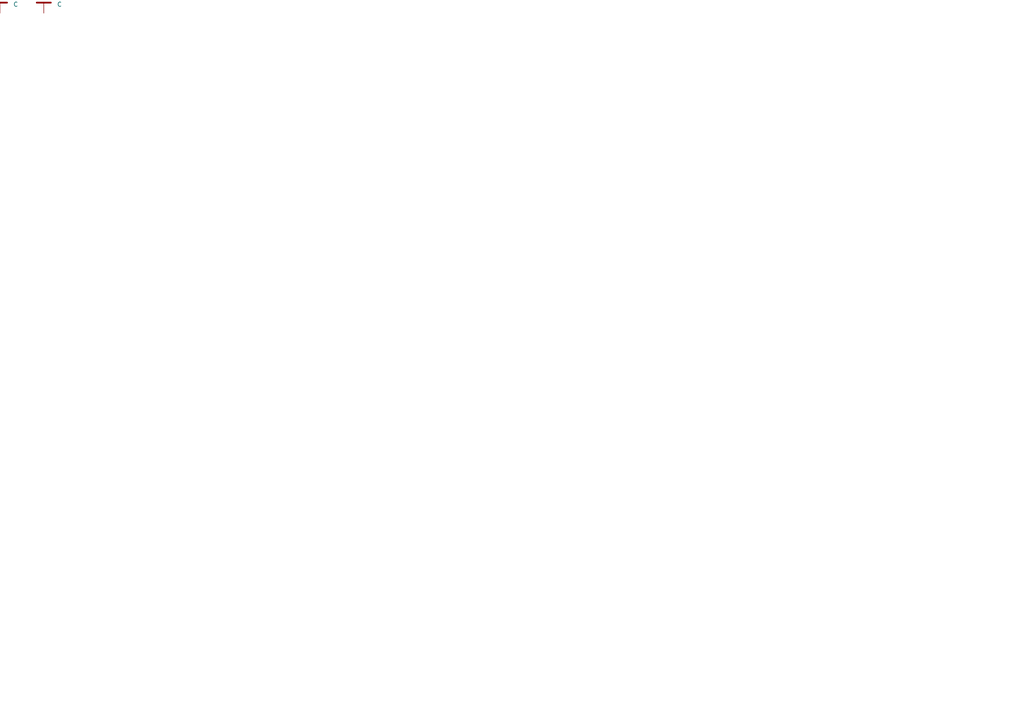
<source format=kicad_sch>
(kicad_sch (version 20231120) (generator "eeschema") (generator_version "8.0")
  (paper "A4")
  (lib_symbols
    (symbol "Device:C" (pin_numbers hide) (pin_names (offset 0.254))
      (property "Reference" "C" (at 0.635 2.54 0))
      (property "Value" "C" (at 0.635 -2.54 0))
      (symbol "C_0_1"
        (polyline (pts (xy -2.032 -0.762) (xy 2.032 -0.762)) (stroke (width 0.508)))
        (polyline (pts (xy -2.032 0.762) (xy 2.032 0.762)) (stroke (width 0.508)))
      )
      (symbol "C_1_1"
        (pin passive line (at 0 3.81 270) (length 2.794) (name "~") (number "1"))
        (pin passive line (at 0 -3.81 90) (length 2.794) (name "~") (number "2"))
      )
    )
  )
  (symbol (lib_id "Device:C") (at 12.7 0 0) (unit 1)
    (property "Reference" "C2" (at 16.51 -1.2701 0) (effects (justify left)))
    (property "Value" "C" (at 16.51 1.2699 0) (effects (justify left)))
    (property "Description" "Unpolarized capacitor" (effects (hide yes)))
  )
  (symbol (lib_id "Device:C") (at 0 0 0) (unit 1) (exclude_from_sim yes)
    (property "Reference" "C1" (at 3.81 -1.2701 0) (effects (justify left)))
    (property "Value" "C" (at 3.81 1.2699 0) (effects (justify left)))
    (property "Description" "Unpolarized capacitor" (effects (hide yes)))
  )
)
</source>
